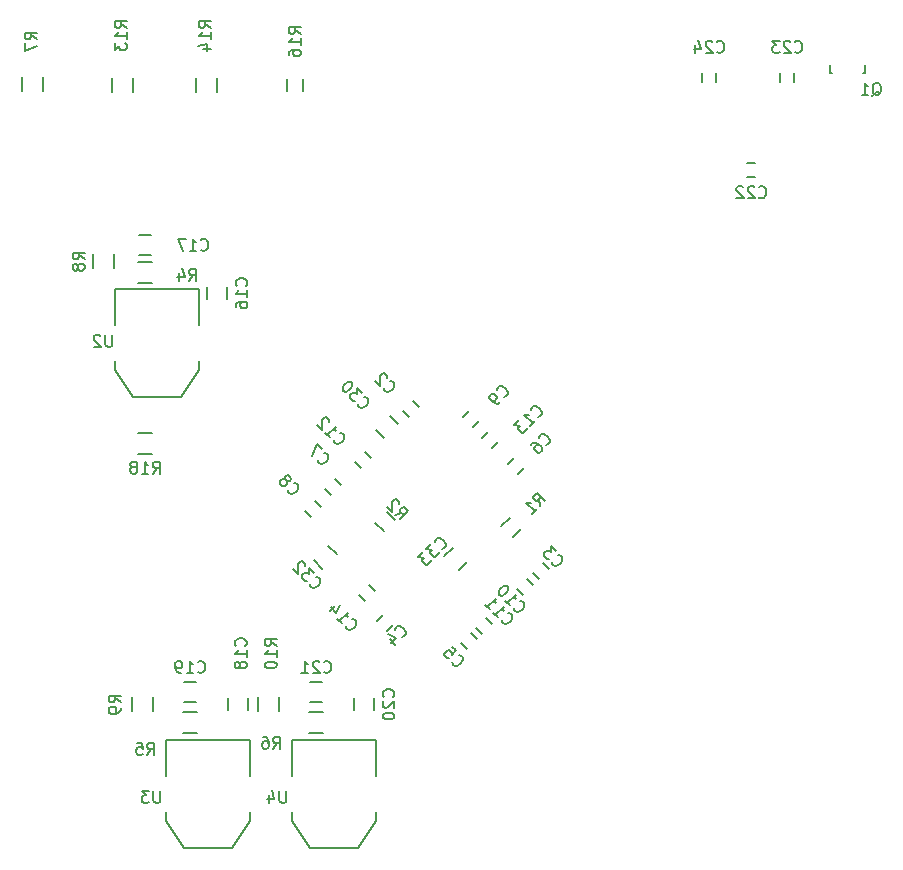
<source format=gbr>
G04 #@! TF.FileFunction,Legend,Bot*
%FSLAX46Y46*%
G04 Gerber Fmt 4.6, Leading zero omitted, Abs format (unit mm)*
G04 Created by KiCad (PCBNEW 4.0.3-stable) date 09/18/16 17:48:24*
%MOMM*%
%LPD*%
G01*
G04 APERTURE LIST*
%ADD10C,0.100000*%
%ADD11C,0.150000*%
G04 APERTURE END LIST*
D10*
D11*
X133983604Y-95697523D02*
X134690711Y-96404630D01*
X133488630Y-97606711D02*
X132781523Y-96899604D01*
X133427223Y-112612249D02*
X132932249Y-113107223D01*
X133780777Y-113955751D02*
X134275751Y-113460777D01*
X127162000Y-122541000D02*
X128362000Y-122541000D01*
X128362000Y-120791000D02*
X127162000Y-120791000D01*
X136471502Y-94982974D02*
X135976528Y-94488000D01*
X135128000Y-95336528D02*
X135622974Y-95831502D01*
X146140249Y-109015777D02*
X146635223Y-109510751D01*
X147483751Y-108662223D02*
X146988777Y-108167249D01*
X140044249Y-114984777D02*
X140539223Y-115479751D01*
X141387751Y-114631223D02*
X140892777Y-114136249D01*
X144829777Y-100620751D02*
X145324751Y-100125777D01*
X144476223Y-99277249D02*
X143981249Y-99772223D01*
X129830751Y-101550223D02*
X129335777Y-101055249D01*
X128487249Y-101903777D02*
X128982223Y-102398751D01*
X128179751Y-103455223D02*
X127684777Y-102960249D01*
X126836249Y-103808777D02*
X127331223Y-104303751D01*
X141019777Y-96683751D02*
X141514751Y-96188777D01*
X140666223Y-95340249D02*
X140171249Y-95835223D01*
X144743249Y-110412777D02*
X145238223Y-110907751D01*
X146086751Y-110059223D02*
X145591777Y-109564249D01*
X141314249Y-113714777D02*
X141809223Y-114209751D01*
X142657751Y-113361223D02*
X142162777Y-112866249D01*
X132370751Y-99264223D02*
X131875777Y-98769249D01*
X131027249Y-99617777D02*
X131522223Y-100112751D01*
X142670777Y-98461751D02*
X143165751Y-97966777D01*
X142317223Y-97118249D02*
X141822249Y-97613223D01*
X144395744Y-105986850D02*
X145102850Y-105279744D01*
X144148256Y-104325150D02*
X143441150Y-105032256D01*
X134434850Y-104524256D02*
X133727744Y-103817150D01*
X132773150Y-104771744D02*
X133480256Y-105478850D01*
X112684000Y-84441000D02*
X113884000Y-84441000D01*
X113884000Y-82691000D02*
X112684000Y-82691000D01*
X116494000Y-122541000D02*
X117694000Y-122541000D01*
X117694000Y-120791000D02*
X116494000Y-120791000D01*
X102884000Y-67011000D02*
X102884000Y-68211000D01*
X104634000Y-68211000D02*
X104634000Y-67011000D01*
X108853000Y-82030000D02*
X108853000Y-83230000D01*
X110603000Y-83230000D02*
X110603000Y-82030000D01*
X112155000Y-119542000D02*
X112155000Y-120742000D01*
X113905000Y-120742000D02*
X113905000Y-119542000D01*
X110744000Y-88011000D02*
X110744000Y-84963000D01*
X110744000Y-84963000D02*
X117856000Y-84963000D01*
X117856000Y-84963000D02*
X117856000Y-88011000D01*
X110744000Y-91059000D02*
X110744000Y-91821000D01*
X110744000Y-91821000D02*
X112268000Y-94107000D01*
X112268000Y-94107000D02*
X116332000Y-94107000D01*
X116332000Y-94107000D02*
X117856000Y-91821000D01*
X117856000Y-91821000D02*
X117856000Y-91059000D01*
X115062000Y-126238000D02*
X115062000Y-123190000D01*
X115062000Y-123190000D02*
X122174000Y-123190000D01*
X122174000Y-123190000D02*
X122174000Y-126238000D01*
X115062000Y-129286000D02*
X115062000Y-130048000D01*
X115062000Y-130048000D02*
X116586000Y-132334000D01*
X116586000Y-132334000D02*
X120650000Y-132334000D01*
X120650000Y-132334000D02*
X122174000Y-130048000D01*
X122174000Y-130048000D02*
X122174000Y-129286000D01*
X125730000Y-126238000D02*
X125730000Y-123190000D01*
X125730000Y-123190000D02*
X132842000Y-123190000D01*
X132842000Y-123190000D02*
X132842000Y-126238000D01*
X125730000Y-129286000D02*
X125730000Y-130048000D01*
X125730000Y-130048000D02*
X127254000Y-132334000D01*
X127254000Y-132334000D02*
X131318000Y-132334000D01*
X131318000Y-132334000D02*
X132842000Y-130048000D01*
X132842000Y-130048000D02*
X132842000Y-129286000D01*
X122823000Y-119542000D02*
X122823000Y-120742000D01*
X124573000Y-120742000D02*
X124573000Y-119542000D01*
X132751751Y-110567223D02*
X132256777Y-110072249D01*
X131408249Y-110920777D02*
X131903223Y-111415751D01*
X120230000Y-84844000D02*
X120230000Y-85844000D01*
X118530000Y-85844000D02*
X118530000Y-84844000D01*
X122008000Y-119642000D02*
X122008000Y-120642000D01*
X120308000Y-120642000D02*
X120308000Y-119642000D01*
X132676000Y-119642000D02*
X132676000Y-120642000D01*
X130976000Y-120642000D02*
X130976000Y-119642000D01*
X164242000Y-75530000D02*
X164942000Y-75530000D01*
X164942000Y-74330000D02*
X164242000Y-74330000D01*
X110504000Y-67091000D02*
X110504000Y-68291000D01*
X112254000Y-68291000D02*
X112254000Y-67091000D01*
X117616000Y-67091000D02*
X117616000Y-68291000D01*
X119366000Y-68291000D02*
X119366000Y-67091000D01*
X171220180Y-65966340D02*
X171220180Y-66667380D01*
X171220180Y-66667380D02*
X171469100Y-66667380D01*
X174019160Y-66667380D02*
X174219820Y-66667380D01*
X174219820Y-66667380D02*
X174219820Y-65966340D01*
X126659000Y-68234000D02*
X126659000Y-67234000D01*
X125309000Y-67234000D02*
X125309000Y-68234000D01*
X113884000Y-97169000D02*
X112684000Y-97169000D01*
X112684000Y-98919000D02*
X113884000Y-98919000D01*
X128771487Y-106741406D02*
X129478594Y-107448513D01*
X128276513Y-108650594D02*
X127569406Y-107943487D01*
X140522477Y-108075604D02*
X139815370Y-108782711D01*
X138613289Y-107580630D02*
X139320396Y-106873523D01*
X112784000Y-80430000D02*
X113784000Y-80430000D01*
X113784000Y-82130000D02*
X112784000Y-82130000D01*
X116594000Y-118276000D02*
X117594000Y-118276000D01*
X117594000Y-119976000D02*
X116594000Y-119976000D01*
X127262000Y-118276000D02*
X128262000Y-118276000D01*
X128262000Y-119976000D02*
X127262000Y-119976000D01*
X167040000Y-66706000D02*
X167040000Y-67406000D01*
X168240000Y-67406000D02*
X168240000Y-66706000D01*
X160436000Y-66706000D02*
X160436000Y-67406000D01*
X161636000Y-67406000D02*
X161636000Y-66706000D01*
X131266030Y-94687107D02*
X131266030Y-94754450D01*
X131333374Y-94889137D01*
X131400717Y-94956481D01*
X131535405Y-95023825D01*
X131670092Y-95023825D01*
X131771107Y-94990153D01*
X131939465Y-94889138D01*
X132040481Y-94788122D01*
X132141496Y-94619763D01*
X132175168Y-94518748D01*
X132175168Y-94384061D01*
X132107824Y-94249374D01*
X132040481Y-94182030D01*
X131905794Y-94114687D01*
X131838450Y-94114687D01*
X131670092Y-93811641D02*
X131232359Y-93373908D01*
X131198688Y-93878985D01*
X131097672Y-93777969D01*
X130996657Y-93744297D01*
X130929313Y-93744297D01*
X130828297Y-93777970D01*
X130659939Y-93946328D01*
X130626267Y-94047343D01*
X130626267Y-94114687D01*
X130659939Y-94215702D01*
X130861970Y-94417733D01*
X130962985Y-94451405D01*
X131030328Y-94451405D01*
X130794626Y-92936176D02*
X130727282Y-92868832D01*
X130626267Y-92835160D01*
X130558924Y-92835160D01*
X130457908Y-92868832D01*
X130289550Y-92969847D01*
X130121190Y-93138206D01*
X130020175Y-93306565D01*
X129986504Y-93407580D01*
X129986504Y-93474924D01*
X130020175Y-93575939D01*
X130087519Y-93643283D01*
X130188535Y-93676955D01*
X130255878Y-93676955D01*
X130356893Y-93643283D01*
X130525252Y-93542268D01*
X130693611Y-93373908D01*
X130794626Y-93205550D01*
X130828298Y-93104535D01*
X130828298Y-93037191D01*
X130794626Y-92936176D01*
X134990389Y-114434688D02*
X135057732Y-114434688D01*
X135192419Y-114367344D01*
X135259763Y-114300001D01*
X135327107Y-114165313D01*
X135327107Y-114030626D01*
X135293435Y-113929611D01*
X135192420Y-113761253D01*
X135091404Y-113660237D01*
X134923045Y-113559222D01*
X134822030Y-113525550D01*
X134687343Y-113525550D01*
X134552656Y-113592894D01*
X134485312Y-113660237D01*
X134417969Y-113794924D01*
X134417969Y-113862268D01*
X133980236Y-114636718D02*
X134451641Y-115108123D01*
X133879222Y-114198985D02*
X134552657Y-114535703D01*
X134114924Y-114973436D01*
X124118666Y-123896381D02*
X124452000Y-123420190D01*
X124690095Y-123896381D02*
X124690095Y-122896381D01*
X124309142Y-122896381D01*
X124213904Y-122944000D01*
X124166285Y-122991619D01*
X124118666Y-123086857D01*
X124118666Y-123229714D01*
X124166285Y-123324952D01*
X124213904Y-123372571D01*
X124309142Y-123420190D01*
X124690095Y-123420190D01*
X123261523Y-122896381D02*
X123452000Y-122896381D01*
X123547238Y-122944000D01*
X123594857Y-122991619D01*
X123690095Y-123134476D01*
X123737714Y-123324952D01*
X123737714Y-123705905D01*
X123690095Y-123801143D01*
X123642476Y-123848762D01*
X123547238Y-123896381D01*
X123356761Y-123896381D01*
X123261523Y-123848762D01*
X123213904Y-123801143D01*
X123166285Y-123705905D01*
X123166285Y-123467810D01*
X123213904Y-123372571D01*
X123261523Y-123324952D01*
X123356761Y-123277333D01*
X123547238Y-123277333D01*
X123642476Y-123324952D01*
X123690095Y-123372571D01*
X123737714Y-123467810D01*
X133469312Y-93334389D02*
X133469312Y-93401732D01*
X133536656Y-93536419D01*
X133603999Y-93603763D01*
X133738687Y-93671107D01*
X133873374Y-93671107D01*
X133974389Y-93637435D01*
X134142747Y-93536420D01*
X134243763Y-93435404D01*
X134344778Y-93267045D01*
X134378450Y-93166030D01*
X134378450Y-93031343D01*
X134311106Y-92896656D01*
X134243763Y-92829312D01*
X134109076Y-92761969D01*
X134041732Y-92761969D01*
X133772359Y-92492595D02*
X133772359Y-92425252D01*
X133738687Y-92324237D01*
X133570328Y-92155877D01*
X133469312Y-92122206D01*
X133401969Y-92122206D01*
X133300954Y-92155877D01*
X133233610Y-92223221D01*
X133166267Y-92357908D01*
X133166267Y-93166030D01*
X132728534Y-92728297D01*
X147693312Y-108066388D02*
X147693312Y-108133731D01*
X147760656Y-108268418D01*
X147827999Y-108335762D01*
X147962687Y-108403106D01*
X148097374Y-108403106D01*
X148198389Y-108369434D01*
X148366747Y-108268419D01*
X148467763Y-108167403D01*
X148568778Y-107999044D01*
X148602450Y-107898029D01*
X148602450Y-107763342D01*
X148535106Y-107628655D01*
X148467763Y-107561311D01*
X148333076Y-107493968D01*
X148265732Y-107493968D01*
X148097374Y-107190923D02*
X147659641Y-106753189D01*
X147625970Y-107258266D01*
X147524954Y-107157250D01*
X147423939Y-107123578D01*
X147356595Y-107123578D01*
X147255579Y-107157251D01*
X147087221Y-107325609D01*
X147053549Y-107426625D01*
X147053549Y-107493968D01*
X147087221Y-107594983D01*
X147289252Y-107797014D01*
X147390267Y-107830686D01*
X147457610Y-107830686D01*
X139237809Y-116521892D02*
X139237809Y-116589235D01*
X139305153Y-116723922D01*
X139372496Y-116791266D01*
X139507184Y-116858610D01*
X139641871Y-116858610D01*
X139742886Y-116824938D01*
X139911244Y-116723923D01*
X140012260Y-116622907D01*
X140113275Y-116454548D01*
X140146947Y-116353533D01*
X140146947Y-116218846D01*
X140079603Y-116084159D01*
X140012260Y-116016815D01*
X139877573Y-115949472D01*
X139810229Y-115949472D01*
X139237809Y-115242365D02*
X139574527Y-115579083D01*
X139271482Y-115949472D01*
X139271482Y-115882129D01*
X139237810Y-115781113D01*
X139069451Y-115612754D01*
X138968436Y-115579082D01*
X138901092Y-115579082D01*
X138800076Y-115612755D01*
X138631718Y-115781113D01*
X138598046Y-115882129D01*
X138598046Y-115949472D01*
X138631718Y-116050487D01*
X138800077Y-116218846D01*
X138901092Y-116252518D01*
X138968436Y-116252518D01*
X147182389Y-98178688D02*
X147249732Y-98178688D01*
X147384419Y-98111344D01*
X147451763Y-98044001D01*
X147519107Y-97909313D01*
X147519107Y-97774626D01*
X147485435Y-97673611D01*
X147384420Y-97505253D01*
X147283404Y-97404237D01*
X147115045Y-97303222D01*
X147014030Y-97269550D01*
X146879343Y-97269550D01*
X146744656Y-97336894D01*
X146677312Y-97404237D01*
X146609969Y-97538924D01*
X146609969Y-97606268D01*
X145936534Y-98145016D02*
X146071222Y-98010328D01*
X146172237Y-97976657D01*
X146239580Y-97976657D01*
X146407939Y-98010328D01*
X146576297Y-98111343D01*
X146845672Y-98380718D01*
X146879343Y-98481733D01*
X146879343Y-98549076D01*
X146845672Y-98650092D01*
X146710984Y-98784779D01*
X146609969Y-98818451D01*
X146542626Y-98818451D01*
X146441610Y-98784779D01*
X146273252Y-98616421D01*
X146239579Y-98515405D01*
X146239579Y-98448061D01*
X146273251Y-98347046D01*
X146407939Y-98212359D01*
X146508954Y-98178687D01*
X146576297Y-98178687D01*
X146677313Y-98212359D01*
X127881312Y-99430389D02*
X127881312Y-99497732D01*
X127948656Y-99632419D01*
X128015999Y-99699763D01*
X128150687Y-99767107D01*
X128285374Y-99767107D01*
X128386389Y-99733435D01*
X128554747Y-99632420D01*
X128655763Y-99531404D01*
X128756778Y-99363045D01*
X128790450Y-99262030D01*
X128790450Y-99127343D01*
X128723106Y-98992656D01*
X128655763Y-98925312D01*
X128521076Y-98857969D01*
X128453732Y-98857969D01*
X128285374Y-98554924D02*
X127813969Y-98083519D01*
X127409908Y-99093672D01*
X125341312Y-101970389D02*
X125341312Y-102037732D01*
X125408656Y-102172419D01*
X125475999Y-102239763D01*
X125610687Y-102307107D01*
X125745374Y-102307107D01*
X125846389Y-102273435D01*
X126014747Y-102172420D01*
X126115763Y-102071404D01*
X126216778Y-101903045D01*
X126250450Y-101802030D01*
X126250450Y-101667343D01*
X126183106Y-101532656D01*
X126115763Y-101465312D01*
X125981076Y-101397969D01*
X125913732Y-101397969D01*
X125273970Y-101229610D02*
X125374985Y-101263282D01*
X125442328Y-101263282D01*
X125543343Y-101229610D01*
X125577015Y-101195939D01*
X125610687Y-101094924D01*
X125610687Y-101027580D01*
X125577015Y-100926565D01*
X125442328Y-100791877D01*
X125341312Y-100758206D01*
X125273969Y-100758206D01*
X125172954Y-100791877D01*
X125139282Y-100825549D01*
X125105610Y-100926564D01*
X125105610Y-100993908D01*
X125139282Y-101094923D01*
X125273970Y-101229610D01*
X125307641Y-101330626D01*
X125307641Y-101397969D01*
X125273969Y-101498985D01*
X125139282Y-101633672D01*
X125038267Y-101667343D01*
X124970924Y-101667343D01*
X124869908Y-101633672D01*
X124735221Y-101498984D01*
X124701549Y-101397969D01*
X124701549Y-101330626D01*
X124735221Y-101229610D01*
X124869908Y-101094924D01*
X124970924Y-101061251D01*
X125038267Y-101061251D01*
X125139282Y-101094923D01*
X143626389Y-94114688D02*
X143693732Y-94114688D01*
X143828419Y-94047344D01*
X143895763Y-93980001D01*
X143963107Y-93845313D01*
X143963107Y-93710626D01*
X143929435Y-93609611D01*
X143828420Y-93441253D01*
X143727404Y-93340237D01*
X143559045Y-93239222D01*
X143458030Y-93205550D01*
X143323343Y-93205550D01*
X143188656Y-93272894D01*
X143121312Y-93340237D01*
X143053969Y-93474924D01*
X143053969Y-93542268D01*
X143357015Y-94518748D02*
X143222328Y-94653435D01*
X143121312Y-94687107D01*
X143053969Y-94687107D01*
X142885610Y-94653436D01*
X142717252Y-94552421D01*
X142447877Y-94283046D01*
X142414206Y-94182031D01*
X142414206Y-94114688D01*
X142447877Y-94013672D01*
X142582565Y-93878985D01*
X142683580Y-93845313D01*
X142750924Y-93845313D01*
X142851939Y-93878985D01*
X143020297Y-94047343D01*
X143053969Y-94148359D01*
X143053970Y-94215703D01*
X143020298Y-94316718D01*
X142885610Y-94451405D01*
X142784595Y-94485077D01*
X142717251Y-94485076D01*
X142616236Y-94451405D01*
X144474029Y-111959107D02*
X144474029Y-112026450D01*
X144541373Y-112161137D01*
X144608716Y-112228481D01*
X144743404Y-112295825D01*
X144878091Y-112295825D01*
X144979106Y-112262153D01*
X145147464Y-112161138D01*
X145248480Y-112060122D01*
X145349495Y-111891763D01*
X145383167Y-111790748D01*
X145383167Y-111656061D01*
X145315823Y-111521374D01*
X145248480Y-111454030D01*
X145113793Y-111386687D01*
X145046449Y-111386687D01*
X143733251Y-111353015D02*
X144137312Y-111757076D01*
X143935282Y-111555046D02*
X144642389Y-110847939D01*
X144608717Y-111016298D01*
X144608717Y-111150985D01*
X144642389Y-111252000D01*
X144002625Y-110208176D02*
X143935281Y-110140832D01*
X143834266Y-110107160D01*
X143766923Y-110107160D01*
X143665907Y-110140832D01*
X143497549Y-110241847D01*
X143329189Y-110410206D01*
X143228174Y-110578565D01*
X143194503Y-110679580D01*
X143194503Y-110746924D01*
X143228174Y-110847939D01*
X143295518Y-110915283D01*
X143396534Y-110948955D01*
X143463877Y-110948955D01*
X143564892Y-110915283D01*
X143733251Y-110814268D01*
X143901610Y-110645908D01*
X144002625Y-110477550D01*
X144036297Y-110376535D01*
X144036297Y-110309191D01*
X144002625Y-110208176D01*
X143458030Y-112975107D02*
X143458030Y-113042450D01*
X143525374Y-113177137D01*
X143592717Y-113244481D01*
X143727405Y-113311825D01*
X143862092Y-113311825D01*
X143963107Y-113278153D01*
X144131465Y-113177138D01*
X144232481Y-113076122D01*
X144333496Y-112907763D01*
X144367168Y-112806748D01*
X144367168Y-112672061D01*
X144299824Y-112537374D01*
X144232481Y-112470030D01*
X144097794Y-112402687D01*
X144030450Y-112402687D01*
X142717252Y-112369015D02*
X143121313Y-112773076D01*
X142919283Y-112571046D02*
X143626390Y-111863939D01*
X143592718Y-112032298D01*
X143592718Y-112166985D01*
X143626390Y-112268000D01*
X142043817Y-111695580D02*
X142447878Y-112099641D01*
X142245848Y-111897611D02*
X142952955Y-111190504D01*
X142919283Y-111358863D01*
X142919283Y-111493550D01*
X142952955Y-111594565D01*
X129234030Y-97735107D02*
X129234030Y-97802450D01*
X129301374Y-97937137D01*
X129368717Y-98004481D01*
X129503405Y-98071825D01*
X129638092Y-98071825D01*
X129739107Y-98038153D01*
X129907465Y-97937138D01*
X130008481Y-97836122D01*
X130109496Y-97667763D01*
X130143168Y-97566748D01*
X130143168Y-97432061D01*
X130075824Y-97297374D01*
X130008481Y-97230030D01*
X129873794Y-97162687D01*
X129806450Y-97162687D01*
X128493252Y-97129015D02*
X128897313Y-97533076D01*
X128695283Y-97331046D02*
X129402390Y-96623939D01*
X129368718Y-96792298D01*
X129368718Y-96926985D01*
X129402390Y-97028000D01*
X128863641Y-96219878D02*
X128863641Y-96152535D01*
X128829970Y-96051519D01*
X128661610Y-95883160D01*
X128560595Y-95849488D01*
X128493252Y-95849488D01*
X128392237Y-95883160D01*
X128324893Y-95950504D01*
X128257550Y-96085190D01*
X128257550Y-96893313D01*
X127819817Y-96455580D01*
X146503107Y-95809971D02*
X146570450Y-95809971D01*
X146705137Y-95742627D01*
X146772481Y-95675284D01*
X146839825Y-95540596D01*
X146839825Y-95405909D01*
X146806153Y-95304894D01*
X146705138Y-95136536D01*
X146604122Y-95035520D01*
X146435763Y-94934505D01*
X146334748Y-94900833D01*
X146200061Y-94900833D01*
X146065374Y-94968177D01*
X145998030Y-95035520D01*
X145930687Y-95170207D01*
X145930687Y-95237551D01*
X145897015Y-96550749D02*
X146301076Y-96146688D01*
X146099046Y-96348718D02*
X145391939Y-95641611D01*
X145560298Y-95675283D01*
X145694985Y-95675283D01*
X145796000Y-95641611D01*
X144954206Y-96079344D02*
X144516473Y-96517077D01*
X145021550Y-96550748D01*
X144920534Y-96651764D01*
X144886862Y-96752779D01*
X144886862Y-96820123D01*
X144920535Y-96921139D01*
X145088893Y-97089497D01*
X145189908Y-97123169D01*
X145257252Y-97123169D01*
X145358267Y-97089497D01*
X145560298Y-96887466D01*
X145593970Y-96786451D01*
X145593970Y-96719108D01*
X146741732Y-103326031D02*
X146640717Y-102753610D01*
X147145794Y-102921970D02*
X146438687Y-102214863D01*
X146169312Y-102484237D01*
X146135641Y-102585253D01*
X146135641Y-102652596D01*
X146169312Y-102753611D01*
X146270328Y-102854626D01*
X146371343Y-102888298D01*
X146438686Y-102888298D01*
X146539701Y-102854626D01*
X146809076Y-102585252D01*
X146068297Y-103999466D02*
X146472359Y-103595405D01*
X146270328Y-103797435D02*
X145563222Y-103090328D01*
X145731580Y-103124000D01*
X145866267Y-103124000D01*
X145967282Y-103090328D01*
X134417969Y-104069732D02*
X134990390Y-103968717D01*
X134822030Y-104473794D02*
X135529137Y-103766687D01*
X135259763Y-103497312D01*
X135158747Y-103463641D01*
X135091404Y-103463641D01*
X134990389Y-103497312D01*
X134889374Y-103598328D01*
X134855702Y-103699343D01*
X134855702Y-103766686D01*
X134889374Y-103867701D01*
X135158748Y-104137076D01*
X134788359Y-103160595D02*
X134788359Y-103093252D01*
X134754687Y-102992237D01*
X134586328Y-102823877D01*
X134485312Y-102790206D01*
X134417969Y-102790206D01*
X134316954Y-102823877D01*
X134249610Y-102891221D01*
X134182267Y-103025908D01*
X134182267Y-103834030D01*
X133744534Y-103396297D01*
X117006666Y-84272381D02*
X117340000Y-83796190D01*
X117578095Y-84272381D02*
X117578095Y-83272381D01*
X117197142Y-83272381D01*
X117101904Y-83320000D01*
X117054285Y-83367619D01*
X117006666Y-83462857D01*
X117006666Y-83605714D01*
X117054285Y-83700952D01*
X117101904Y-83748571D01*
X117197142Y-83796190D01*
X117578095Y-83796190D01*
X116149523Y-83605714D02*
X116149523Y-84272381D01*
X116387619Y-83224762D02*
X116625714Y-83939048D01*
X116006666Y-83939048D01*
X113450666Y-124404381D02*
X113784000Y-123928190D01*
X114022095Y-124404381D02*
X114022095Y-123404381D01*
X113641142Y-123404381D01*
X113545904Y-123452000D01*
X113498285Y-123499619D01*
X113450666Y-123594857D01*
X113450666Y-123737714D01*
X113498285Y-123832952D01*
X113545904Y-123880571D01*
X113641142Y-123928190D01*
X114022095Y-123928190D01*
X112545904Y-123404381D02*
X113022095Y-123404381D01*
X113069714Y-123880571D01*
X113022095Y-123832952D01*
X112926857Y-123785333D01*
X112688761Y-123785333D01*
X112593523Y-123832952D01*
X112545904Y-123880571D01*
X112498285Y-123975810D01*
X112498285Y-124213905D01*
X112545904Y-124309143D01*
X112593523Y-124356762D01*
X112688761Y-124404381D01*
X112926857Y-124404381D01*
X113022095Y-124356762D01*
X113069714Y-124309143D01*
X104084381Y-63841334D02*
X103608190Y-63508000D01*
X104084381Y-63269905D02*
X103084381Y-63269905D01*
X103084381Y-63650858D01*
X103132000Y-63746096D01*
X103179619Y-63793715D01*
X103274857Y-63841334D01*
X103417714Y-63841334D01*
X103512952Y-63793715D01*
X103560571Y-63746096D01*
X103608190Y-63650858D01*
X103608190Y-63269905D01*
X103084381Y-64174667D02*
X103084381Y-64841334D01*
X104084381Y-64412762D01*
X108148381Y-82463334D02*
X107672190Y-82130000D01*
X108148381Y-81891905D02*
X107148381Y-81891905D01*
X107148381Y-82272858D01*
X107196000Y-82368096D01*
X107243619Y-82415715D01*
X107338857Y-82463334D01*
X107481714Y-82463334D01*
X107576952Y-82415715D01*
X107624571Y-82368096D01*
X107672190Y-82272858D01*
X107672190Y-81891905D01*
X107576952Y-83034762D02*
X107529333Y-82939524D01*
X107481714Y-82891905D01*
X107386476Y-82844286D01*
X107338857Y-82844286D01*
X107243619Y-82891905D01*
X107196000Y-82939524D01*
X107148381Y-83034762D01*
X107148381Y-83225239D01*
X107196000Y-83320477D01*
X107243619Y-83368096D01*
X107338857Y-83415715D01*
X107386476Y-83415715D01*
X107481714Y-83368096D01*
X107529333Y-83320477D01*
X107576952Y-83225239D01*
X107576952Y-83034762D01*
X107624571Y-82939524D01*
X107672190Y-82891905D01*
X107767429Y-82844286D01*
X107957905Y-82844286D01*
X108053143Y-82891905D01*
X108100762Y-82939524D01*
X108148381Y-83034762D01*
X108148381Y-83225239D01*
X108100762Y-83320477D01*
X108053143Y-83368096D01*
X107957905Y-83415715D01*
X107767429Y-83415715D01*
X107672190Y-83368096D01*
X107624571Y-83320477D01*
X107576952Y-83225239D01*
X111196381Y-119975334D02*
X110720190Y-119642000D01*
X111196381Y-119403905D02*
X110196381Y-119403905D01*
X110196381Y-119784858D01*
X110244000Y-119880096D01*
X110291619Y-119927715D01*
X110386857Y-119975334D01*
X110529714Y-119975334D01*
X110624952Y-119927715D01*
X110672571Y-119880096D01*
X110720190Y-119784858D01*
X110720190Y-119403905D01*
X111196381Y-120451524D02*
X111196381Y-120642000D01*
X111148762Y-120737239D01*
X111101143Y-120784858D01*
X110958286Y-120880096D01*
X110767810Y-120927715D01*
X110386857Y-120927715D01*
X110291619Y-120880096D01*
X110244000Y-120832477D01*
X110196381Y-120737239D01*
X110196381Y-120546762D01*
X110244000Y-120451524D01*
X110291619Y-120403905D01*
X110386857Y-120356286D01*
X110624952Y-120356286D01*
X110720190Y-120403905D01*
X110767810Y-120451524D01*
X110815429Y-120546762D01*
X110815429Y-120737239D01*
X110767810Y-120832477D01*
X110720190Y-120880096D01*
X110624952Y-120927715D01*
X110489905Y-88860381D02*
X110489905Y-89669905D01*
X110442286Y-89765143D01*
X110394667Y-89812762D01*
X110299429Y-89860381D01*
X110108952Y-89860381D01*
X110013714Y-89812762D01*
X109966095Y-89765143D01*
X109918476Y-89669905D01*
X109918476Y-88860381D01*
X109489905Y-88955619D02*
X109442286Y-88908000D01*
X109347048Y-88860381D01*
X109108952Y-88860381D01*
X109013714Y-88908000D01*
X108966095Y-88955619D01*
X108918476Y-89050857D01*
X108918476Y-89146095D01*
X108966095Y-89288952D01*
X109537524Y-89860381D01*
X108918476Y-89860381D01*
X114553905Y-127468381D02*
X114553905Y-128277905D01*
X114506286Y-128373143D01*
X114458667Y-128420762D01*
X114363429Y-128468381D01*
X114172952Y-128468381D01*
X114077714Y-128420762D01*
X114030095Y-128373143D01*
X113982476Y-128277905D01*
X113982476Y-127468381D01*
X113601524Y-127468381D02*
X112982476Y-127468381D01*
X113315810Y-127849333D01*
X113172952Y-127849333D01*
X113077714Y-127896952D01*
X113030095Y-127944571D01*
X112982476Y-128039810D01*
X112982476Y-128277905D01*
X113030095Y-128373143D01*
X113077714Y-128420762D01*
X113172952Y-128468381D01*
X113458667Y-128468381D01*
X113553905Y-128420762D01*
X113601524Y-128373143D01*
X125221905Y-127468381D02*
X125221905Y-128277905D01*
X125174286Y-128373143D01*
X125126667Y-128420762D01*
X125031429Y-128468381D01*
X124840952Y-128468381D01*
X124745714Y-128420762D01*
X124698095Y-128373143D01*
X124650476Y-128277905D01*
X124650476Y-127468381D01*
X123745714Y-127801714D02*
X123745714Y-128468381D01*
X123983810Y-127420762D02*
X124221905Y-128135048D01*
X123602857Y-128135048D01*
X124404381Y-115181143D02*
X123928190Y-114847809D01*
X124404381Y-114609714D02*
X123404381Y-114609714D01*
X123404381Y-114990667D01*
X123452000Y-115085905D01*
X123499619Y-115133524D01*
X123594857Y-115181143D01*
X123737714Y-115181143D01*
X123832952Y-115133524D01*
X123880571Y-115085905D01*
X123928190Y-114990667D01*
X123928190Y-114609714D01*
X124404381Y-116133524D02*
X124404381Y-115562095D01*
X124404381Y-115847809D02*
X123404381Y-115847809D01*
X123547238Y-115752571D01*
X123642476Y-115657333D01*
X123690095Y-115562095D01*
X123404381Y-116752571D02*
X123404381Y-116847810D01*
X123452000Y-116943048D01*
X123499619Y-116990667D01*
X123594857Y-117038286D01*
X123785333Y-117085905D01*
X124023429Y-117085905D01*
X124213905Y-117038286D01*
X124309143Y-116990667D01*
X124356762Y-116943048D01*
X124404381Y-116847810D01*
X124404381Y-116752571D01*
X124356762Y-116657333D01*
X124309143Y-116609714D01*
X124213905Y-116562095D01*
X124023429Y-116514476D01*
X123785333Y-116514476D01*
X123594857Y-116562095D01*
X123499619Y-116609714D01*
X123452000Y-116657333D01*
X123404381Y-116752571D01*
X130250030Y-113483107D02*
X130250030Y-113550450D01*
X130317374Y-113685137D01*
X130384717Y-113752481D01*
X130519405Y-113819825D01*
X130654092Y-113819825D01*
X130755107Y-113786153D01*
X130923465Y-113685138D01*
X131024481Y-113584122D01*
X131125496Y-113415763D01*
X131159168Y-113314748D01*
X131159168Y-113180061D01*
X131091824Y-113045374D01*
X131024481Y-112978030D01*
X130889794Y-112910687D01*
X130822450Y-112910687D01*
X129509252Y-112877015D02*
X129913313Y-113281076D01*
X129711283Y-113079046D02*
X130418390Y-112371939D01*
X130384718Y-112540298D01*
X130384718Y-112674985D01*
X130418390Y-112776000D01*
X129374565Y-111799519D02*
X128903160Y-112270924D01*
X129812298Y-111698504D02*
X129475580Y-112371939D01*
X129037847Y-111934206D01*
X121837143Y-84701143D02*
X121884762Y-84653524D01*
X121932381Y-84510667D01*
X121932381Y-84415429D01*
X121884762Y-84272571D01*
X121789524Y-84177333D01*
X121694286Y-84129714D01*
X121503810Y-84082095D01*
X121360952Y-84082095D01*
X121170476Y-84129714D01*
X121075238Y-84177333D01*
X120980000Y-84272571D01*
X120932381Y-84415429D01*
X120932381Y-84510667D01*
X120980000Y-84653524D01*
X121027619Y-84701143D01*
X121932381Y-85653524D02*
X121932381Y-85082095D01*
X121932381Y-85367809D02*
X120932381Y-85367809D01*
X121075238Y-85272571D01*
X121170476Y-85177333D01*
X121218095Y-85082095D01*
X120932381Y-86510667D02*
X120932381Y-86320190D01*
X120980000Y-86224952D01*
X121027619Y-86177333D01*
X121170476Y-86082095D01*
X121360952Y-86034476D01*
X121741905Y-86034476D01*
X121837143Y-86082095D01*
X121884762Y-86129714D01*
X121932381Y-86224952D01*
X121932381Y-86415429D01*
X121884762Y-86510667D01*
X121837143Y-86558286D01*
X121741905Y-86605905D01*
X121503810Y-86605905D01*
X121408571Y-86558286D01*
X121360952Y-86510667D01*
X121313333Y-86415429D01*
X121313333Y-86224952D01*
X121360952Y-86129714D01*
X121408571Y-86082095D01*
X121503810Y-86034476D01*
X121769143Y-115181143D02*
X121816762Y-115133524D01*
X121864381Y-114990667D01*
X121864381Y-114895429D01*
X121816762Y-114752571D01*
X121721524Y-114657333D01*
X121626286Y-114609714D01*
X121435810Y-114562095D01*
X121292952Y-114562095D01*
X121102476Y-114609714D01*
X121007238Y-114657333D01*
X120912000Y-114752571D01*
X120864381Y-114895429D01*
X120864381Y-114990667D01*
X120912000Y-115133524D01*
X120959619Y-115181143D01*
X121864381Y-116133524D02*
X121864381Y-115562095D01*
X121864381Y-115847809D02*
X120864381Y-115847809D01*
X121007238Y-115752571D01*
X121102476Y-115657333D01*
X121150095Y-115562095D01*
X121292952Y-116704952D02*
X121245333Y-116609714D01*
X121197714Y-116562095D01*
X121102476Y-116514476D01*
X121054857Y-116514476D01*
X120959619Y-116562095D01*
X120912000Y-116609714D01*
X120864381Y-116704952D01*
X120864381Y-116895429D01*
X120912000Y-116990667D01*
X120959619Y-117038286D01*
X121054857Y-117085905D01*
X121102476Y-117085905D01*
X121197714Y-117038286D01*
X121245333Y-116990667D01*
X121292952Y-116895429D01*
X121292952Y-116704952D01*
X121340571Y-116609714D01*
X121388190Y-116562095D01*
X121483429Y-116514476D01*
X121673905Y-116514476D01*
X121769143Y-116562095D01*
X121816762Y-116609714D01*
X121864381Y-116704952D01*
X121864381Y-116895429D01*
X121816762Y-116990667D01*
X121769143Y-117038286D01*
X121673905Y-117085905D01*
X121483429Y-117085905D01*
X121388190Y-117038286D01*
X121340571Y-116990667D01*
X121292952Y-116895429D01*
X134283143Y-119499143D02*
X134330762Y-119451524D01*
X134378381Y-119308667D01*
X134378381Y-119213429D01*
X134330762Y-119070571D01*
X134235524Y-118975333D01*
X134140286Y-118927714D01*
X133949810Y-118880095D01*
X133806952Y-118880095D01*
X133616476Y-118927714D01*
X133521238Y-118975333D01*
X133426000Y-119070571D01*
X133378381Y-119213429D01*
X133378381Y-119308667D01*
X133426000Y-119451524D01*
X133473619Y-119499143D01*
X133473619Y-119880095D02*
X133426000Y-119927714D01*
X133378381Y-120022952D01*
X133378381Y-120261048D01*
X133426000Y-120356286D01*
X133473619Y-120403905D01*
X133568857Y-120451524D01*
X133664095Y-120451524D01*
X133806952Y-120403905D01*
X134378381Y-119832476D01*
X134378381Y-120451524D01*
X133378381Y-121070571D02*
X133378381Y-121165810D01*
X133426000Y-121261048D01*
X133473619Y-121308667D01*
X133568857Y-121356286D01*
X133759333Y-121403905D01*
X133997429Y-121403905D01*
X134187905Y-121356286D01*
X134283143Y-121308667D01*
X134330762Y-121261048D01*
X134378381Y-121165810D01*
X134378381Y-121070571D01*
X134330762Y-120975333D01*
X134283143Y-120927714D01*
X134187905Y-120880095D01*
X133997429Y-120832476D01*
X133759333Y-120832476D01*
X133568857Y-120880095D01*
X133473619Y-120927714D01*
X133426000Y-120975333D01*
X133378381Y-121070571D01*
X165234857Y-77187143D02*
X165282476Y-77234762D01*
X165425333Y-77282381D01*
X165520571Y-77282381D01*
X165663429Y-77234762D01*
X165758667Y-77139524D01*
X165806286Y-77044286D01*
X165853905Y-76853810D01*
X165853905Y-76710952D01*
X165806286Y-76520476D01*
X165758667Y-76425238D01*
X165663429Y-76330000D01*
X165520571Y-76282381D01*
X165425333Y-76282381D01*
X165282476Y-76330000D01*
X165234857Y-76377619D01*
X164853905Y-76377619D02*
X164806286Y-76330000D01*
X164711048Y-76282381D01*
X164472952Y-76282381D01*
X164377714Y-76330000D01*
X164330095Y-76377619D01*
X164282476Y-76472857D01*
X164282476Y-76568095D01*
X164330095Y-76710952D01*
X164901524Y-77282381D01*
X164282476Y-77282381D01*
X163901524Y-76377619D02*
X163853905Y-76330000D01*
X163758667Y-76282381D01*
X163520571Y-76282381D01*
X163425333Y-76330000D01*
X163377714Y-76377619D01*
X163330095Y-76472857D01*
X163330095Y-76568095D01*
X163377714Y-76710952D01*
X163949143Y-77282381D01*
X163330095Y-77282381D01*
X111704381Y-62857143D02*
X111228190Y-62523809D01*
X111704381Y-62285714D02*
X110704381Y-62285714D01*
X110704381Y-62666667D01*
X110752000Y-62761905D01*
X110799619Y-62809524D01*
X110894857Y-62857143D01*
X111037714Y-62857143D01*
X111132952Y-62809524D01*
X111180571Y-62761905D01*
X111228190Y-62666667D01*
X111228190Y-62285714D01*
X111704381Y-63809524D02*
X111704381Y-63238095D01*
X111704381Y-63523809D02*
X110704381Y-63523809D01*
X110847238Y-63428571D01*
X110942476Y-63333333D01*
X110990095Y-63238095D01*
X110704381Y-64142857D02*
X110704381Y-64761905D01*
X111085333Y-64428571D01*
X111085333Y-64571429D01*
X111132952Y-64666667D01*
X111180571Y-64714286D01*
X111275810Y-64761905D01*
X111513905Y-64761905D01*
X111609143Y-64714286D01*
X111656762Y-64666667D01*
X111704381Y-64571429D01*
X111704381Y-64285714D01*
X111656762Y-64190476D01*
X111609143Y-64142857D01*
X118816381Y-62857143D02*
X118340190Y-62523809D01*
X118816381Y-62285714D02*
X117816381Y-62285714D01*
X117816381Y-62666667D01*
X117864000Y-62761905D01*
X117911619Y-62809524D01*
X118006857Y-62857143D01*
X118149714Y-62857143D01*
X118244952Y-62809524D01*
X118292571Y-62761905D01*
X118340190Y-62666667D01*
X118340190Y-62285714D01*
X118816381Y-63809524D02*
X118816381Y-63238095D01*
X118816381Y-63523809D02*
X117816381Y-63523809D01*
X117959238Y-63428571D01*
X118054476Y-63333333D01*
X118102095Y-63238095D01*
X118149714Y-64666667D02*
X118816381Y-64666667D01*
X117768762Y-64428571D02*
X118483048Y-64190476D01*
X118483048Y-64809524D01*
X174847238Y-68619619D02*
X174942476Y-68572000D01*
X175037714Y-68476762D01*
X175180571Y-68333905D01*
X175275810Y-68286286D01*
X175371048Y-68286286D01*
X175323429Y-68524381D02*
X175418667Y-68476762D01*
X175513905Y-68381524D01*
X175561524Y-68191048D01*
X175561524Y-67857714D01*
X175513905Y-67667238D01*
X175418667Y-67572000D01*
X175323429Y-67524381D01*
X175132952Y-67524381D01*
X175037714Y-67572000D01*
X174942476Y-67667238D01*
X174894857Y-67857714D01*
X174894857Y-68191048D01*
X174942476Y-68381524D01*
X175037714Y-68476762D01*
X175132952Y-68524381D01*
X175323429Y-68524381D01*
X173942476Y-68524381D02*
X174513905Y-68524381D01*
X174228191Y-68524381D02*
X174228191Y-67524381D01*
X174323429Y-67667238D01*
X174418667Y-67762476D01*
X174513905Y-67810095D01*
X126436381Y-63365143D02*
X125960190Y-63031809D01*
X126436381Y-62793714D02*
X125436381Y-62793714D01*
X125436381Y-63174667D01*
X125484000Y-63269905D01*
X125531619Y-63317524D01*
X125626857Y-63365143D01*
X125769714Y-63365143D01*
X125864952Y-63317524D01*
X125912571Y-63269905D01*
X125960190Y-63174667D01*
X125960190Y-62793714D01*
X126436381Y-64317524D02*
X126436381Y-63746095D01*
X126436381Y-64031809D02*
X125436381Y-64031809D01*
X125579238Y-63936571D01*
X125674476Y-63841333D01*
X125722095Y-63746095D01*
X125436381Y-65174667D02*
X125436381Y-64984190D01*
X125484000Y-64888952D01*
X125531619Y-64841333D01*
X125674476Y-64746095D01*
X125864952Y-64698476D01*
X126245905Y-64698476D01*
X126341143Y-64746095D01*
X126388762Y-64793714D01*
X126436381Y-64888952D01*
X126436381Y-65079429D01*
X126388762Y-65174667D01*
X126341143Y-65222286D01*
X126245905Y-65269905D01*
X126007810Y-65269905D01*
X125912571Y-65222286D01*
X125864952Y-65174667D01*
X125817333Y-65079429D01*
X125817333Y-64888952D01*
X125864952Y-64793714D01*
X125912571Y-64746095D01*
X126007810Y-64698476D01*
X113926857Y-100596381D02*
X114260191Y-100120190D01*
X114498286Y-100596381D02*
X114498286Y-99596381D01*
X114117333Y-99596381D01*
X114022095Y-99644000D01*
X113974476Y-99691619D01*
X113926857Y-99786857D01*
X113926857Y-99929714D01*
X113974476Y-100024952D01*
X114022095Y-100072571D01*
X114117333Y-100120190D01*
X114498286Y-100120190D01*
X112974476Y-100596381D02*
X113545905Y-100596381D01*
X113260191Y-100596381D02*
X113260191Y-99596381D01*
X113355429Y-99739238D01*
X113450667Y-99834476D01*
X113545905Y-99882095D01*
X112403048Y-100024952D02*
X112498286Y-99977333D01*
X112545905Y-99929714D01*
X112593524Y-99834476D01*
X112593524Y-99786857D01*
X112545905Y-99691619D01*
X112498286Y-99644000D01*
X112403048Y-99596381D01*
X112212571Y-99596381D01*
X112117333Y-99644000D01*
X112069714Y-99691619D01*
X112022095Y-99786857D01*
X112022095Y-99834476D01*
X112069714Y-99929714D01*
X112117333Y-99977333D01*
X112212571Y-100024952D01*
X112403048Y-100024952D01*
X112498286Y-100072571D01*
X112545905Y-100120190D01*
X112593524Y-100215429D01*
X112593524Y-100405905D01*
X112545905Y-100501143D01*
X112498286Y-100548762D01*
X112403048Y-100596381D01*
X112212571Y-100596381D01*
X112117333Y-100548762D01*
X112069714Y-100501143D01*
X112022095Y-100405905D01*
X112022095Y-100215429D01*
X112069714Y-100120190D01*
X112117333Y-100072571D01*
X112212571Y-100024952D01*
X127202030Y-109927107D02*
X127202030Y-109994450D01*
X127269374Y-110129137D01*
X127336717Y-110196481D01*
X127471405Y-110263825D01*
X127606092Y-110263825D01*
X127707107Y-110230153D01*
X127875465Y-110129138D01*
X127976481Y-110028122D01*
X128077496Y-109859763D01*
X128111168Y-109758748D01*
X128111168Y-109624061D01*
X128043824Y-109489374D01*
X127976481Y-109422030D01*
X127841794Y-109354687D01*
X127774450Y-109354687D01*
X127606092Y-109051641D02*
X127168359Y-108613908D01*
X127134688Y-109118985D01*
X127033672Y-109017969D01*
X126932657Y-108984297D01*
X126865313Y-108984297D01*
X126764297Y-109017970D01*
X126595939Y-109186328D01*
X126562267Y-109287343D01*
X126562267Y-109354687D01*
X126595939Y-109455702D01*
X126797970Y-109657733D01*
X126898985Y-109691405D01*
X126966328Y-109691405D01*
X126831641Y-108411878D02*
X126831641Y-108344535D01*
X126797970Y-108243519D01*
X126629610Y-108075160D01*
X126528595Y-108041488D01*
X126461252Y-108041488D01*
X126360237Y-108075160D01*
X126292893Y-108142504D01*
X126225550Y-108277190D01*
X126225550Y-109085313D01*
X125787817Y-108647580D01*
X138375107Y-106985970D02*
X138442450Y-106985970D01*
X138577137Y-106918626D01*
X138644481Y-106851283D01*
X138711825Y-106716595D01*
X138711825Y-106581908D01*
X138678153Y-106480893D01*
X138577138Y-106312535D01*
X138476122Y-106211519D01*
X138307763Y-106110504D01*
X138206748Y-106076832D01*
X138072061Y-106076832D01*
X137937374Y-106144176D01*
X137870030Y-106211519D01*
X137802687Y-106346206D01*
X137802687Y-106413550D01*
X137499641Y-106581908D02*
X137061908Y-107019641D01*
X137566985Y-107053312D01*
X137465969Y-107154328D01*
X137432297Y-107255343D01*
X137432297Y-107322687D01*
X137465970Y-107423703D01*
X137634328Y-107592061D01*
X137735343Y-107625733D01*
X137802687Y-107625733D01*
X137903702Y-107592061D01*
X138105733Y-107390030D01*
X138139405Y-107289015D01*
X138139405Y-107221672D01*
X136826206Y-107255343D02*
X136388473Y-107693076D01*
X136893550Y-107726747D01*
X136792534Y-107827763D01*
X136758862Y-107928778D01*
X136758862Y-107996122D01*
X136792535Y-108097138D01*
X136960893Y-108265496D01*
X137061908Y-108299168D01*
X137129252Y-108299168D01*
X137230267Y-108265496D01*
X137432298Y-108063465D01*
X137465970Y-107962450D01*
X137465970Y-107895107D01*
X117990857Y-81637143D02*
X118038476Y-81684762D01*
X118181333Y-81732381D01*
X118276571Y-81732381D01*
X118419429Y-81684762D01*
X118514667Y-81589524D01*
X118562286Y-81494286D01*
X118609905Y-81303810D01*
X118609905Y-81160952D01*
X118562286Y-80970476D01*
X118514667Y-80875238D01*
X118419429Y-80780000D01*
X118276571Y-80732381D01*
X118181333Y-80732381D01*
X118038476Y-80780000D01*
X117990857Y-80827619D01*
X117038476Y-81732381D02*
X117609905Y-81732381D01*
X117324191Y-81732381D02*
X117324191Y-80732381D01*
X117419429Y-80875238D01*
X117514667Y-80970476D01*
X117609905Y-81018095D01*
X116705143Y-80732381D02*
X116038476Y-80732381D01*
X116467048Y-81732381D01*
X117736857Y-117383143D02*
X117784476Y-117430762D01*
X117927333Y-117478381D01*
X118022571Y-117478381D01*
X118165429Y-117430762D01*
X118260667Y-117335524D01*
X118308286Y-117240286D01*
X118355905Y-117049810D01*
X118355905Y-116906952D01*
X118308286Y-116716476D01*
X118260667Y-116621238D01*
X118165429Y-116526000D01*
X118022571Y-116478381D01*
X117927333Y-116478381D01*
X117784476Y-116526000D01*
X117736857Y-116573619D01*
X116784476Y-117478381D02*
X117355905Y-117478381D01*
X117070191Y-117478381D02*
X117070191Y-116478381D01*
X117165429Y-116621238D01*
X117260667Y-116716476D01*
X117355905Y-116764095D01*
X116308286Y-117478381D02*
X116117810Y-117478381D01*
X116022571Y-117430762D01*
X115974952Y-117383143D01*
X115879714Y-117240286D01*
X115832095Y-117049810D01*
X115832095Y-116668857D01*
X115879714Y-116573619D01*
X115927333Y-116526000D01*
X116022571Y-116478381D01*
X116213048Y-116478381D01*
X116308286Y-116526000D01*
X116355905Y-116573619D01*
X116403524Y-116668857D01*
X116403524Y-116906952D01*
X116355905Y-117002190D01*
X116308286Y-117049810D01*
X116213048Y-117097429D01*
X116022571Y-117097429D01*
X115927333Y-117049810D01*
X115879714Y-117002190D01*
X115832095Y-116906952D01*
X128404857Y-117383143D02*
X128452476Y-117430762D01*
X128595333Y-117478381D01*
X128690571Y-117478381D01*
X128833429Y-117430762D01*
X128928667Y-117335524D01*
X128976286Y-117240286D01*
X129023905Y-117049810D01*
X129023905Y-116906952D01*
X128976286Y-116716476D01*
X128928667Y-116621238D01*
X128833429Y-116526000D01*
X128690571Y-116478381D01*
X128595333Y-116478381D01*
X128452476Y-116526000D01*
X128404857Y-116573619D01*
X128023905Y-116573619D02*
X127976286Y-116526000D01*
X127881048Y-116478381D01*
X127642952Y-116478381D01*
X127547714Y-116526000D01*
X127500095Y-116573619D01*
X127452476Y-116668857D01*
X127452476Y-116764095D01*
X127500095Y-116906952D01*
X128071524Y-117478381D01*
X127452476Y-117478381D01*
X126500095Y-117478381D02*
X127071524Y-117478381D01*
X126785810Y-117478381D02*
X126785810Y-116478381D01*
X126881048Y-116621238D01*
X126976286Y-116716476D01*
X127071524Y-116764095D01*
X168282857Y-64873143D02*
X168330476Y-64920762D01*
X168473333Y-64968381D01*
X168568571Y-64968381D01*
X168711429Y-64920762D01*
X168806667Y-64825524D01*
X168854286Y-64730286D01*
X168901905Y-64539810D01*
X168901905Y-64396952D01*
X168854286Y-64206476D01*
X168806667Y-64111238D01*
X168711429Y-64016000D01*
X168568571Y-63968381D01*
X168473333Y-63968381D01*
X168330476Y-64016000D01*
X168282857Y-64063619D01*
X167901905Y-64063619D02*
X167854286Y-64016000D01*
X167759048Y-63968381D01*
X167520952Y-63968381D01*
X167425714Y-64016000D01*
X167378095Y-64063619D01*
X167330476Y-64158857D01*
X167330476Y-64254095D01*
X167378095Y-64396952D01*
X167949524Y-64968381D01*
X167330476Y-64968381D01*
X166997143Y-63968381D02*
X166378095Y-63968381D01*
X166711429Y-64349333D01*
X166568571Y-64349333D01*
X166473333Y-64396952D01*
X166425714Y-64444571D01*
X166378095Y-64539810D01*
X166378095Y-64777905D01*
X166425714Y-64873143D01*
X166473333Y-64920762D01*
X166568571Y-64968381D01*
X166854286Y-64968381D01*
X166949524Y-64920762D01*
X166997143Y-64873143D01*
X161678857Y-64873143D02*
X161726476Y-64920762D01*
X161869333Y-64968381D01*
X161964571Y-64968381D01*
X162107429Y-64920762D01*
X162202667Y-64825524D01*
X162250286Y-64730286D01*
X162297905Y-64539810D01*
X162297905Y-64396952D01*
X162250286Y-64206476D01*
X162202667Y-64111238D01*
X162107429Y-64016000D01*
X161964571Y-63968381D01*
X161869333Y-63968381D01*
X161726476Y-64016000D01*
X161678857Y-64063619D01*
X161297905Y-64063619D02*
X161250286Y-64016000D01*
X161155048Y-63968381D01*
X160916952Y-63968381D01*
X160821714Y-64016000D01*
X160774095Y-64063619D01*
X160726476Y-64158857D01*
X160726476Y-64254095D01*
X160774095Y-64396952D01*
X161345524Y-64968381D01*
X160726476Y-64968381D01*
X159869333Y-64301714D02*
X159869333Y-64968381D01*
X160107429Y-63920762D02*
X160345524Y-64635048D01*
X159726476Y-64635048D01*
M02*

</source>
